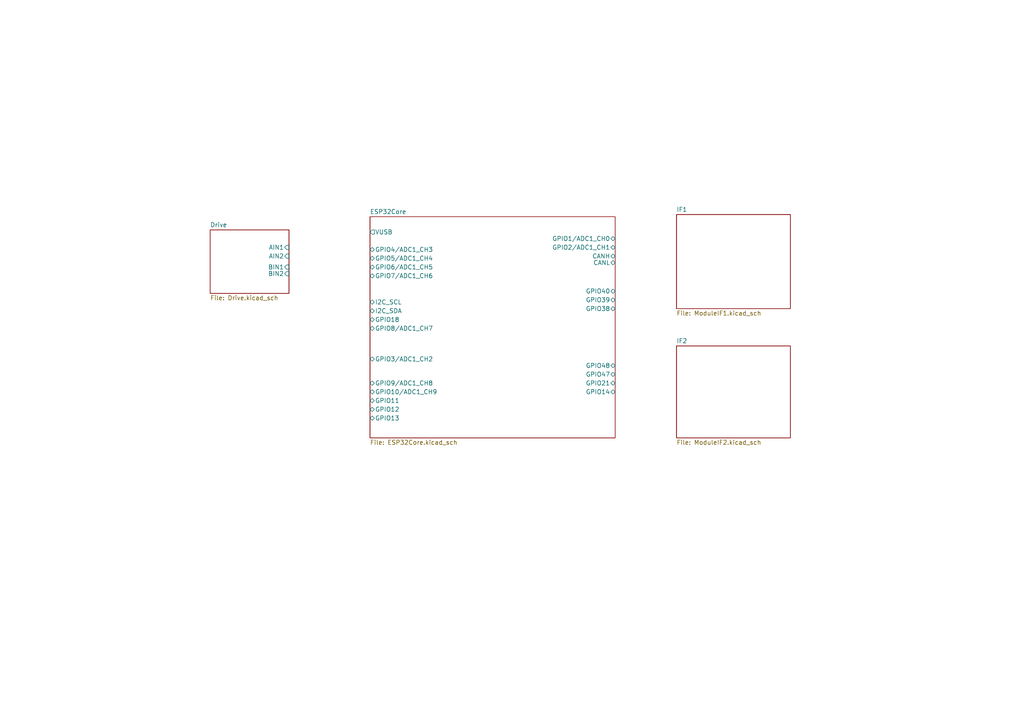
<source format=kicad_sch>
(kicad_sch
	(version 20231120)
	(generator "eeschema")
	(generator_version "8.0")
	(uuid "953562b0-9f42-4c3d-8516-f6de553e7f3f")
	(paper "A4")
	(lib_symbols)
	(sheet
		(at 107.315 62.865)
		(size 71.12 64.135)
		(fields_autoplaced yes)
		(stroke
			(width 0.1524)
			(type solid)
		)
		(fill
			(color 0 0 0 0.0000)
		)
		(uuid "057bbfb9-de34-4909-a3a2-dc67a49af242")
		(property "Sheetname" "ESP32Core"
			(at 107.315 62.1534 0)
			(effects
				(font
					(size 1.27 1.27)
				)
				(justify left bottom)
			)
		)
		(property "Sheetfile" "ESP32Core.kicad_sch"
			(at 107.315 127.5846 0)
			(effects
				(font
					(size 1.27 1.27)
				)
				(justify left top)
			)
		)
		(pin "GPIO3{slash}ADC1_CH2" bidirectional
			(at 107.315 104.14 180)
			(effects
				(font
					(size 1.27 1.27)
				)
				(justify left)
			)
			(uuid "d24a1c2e-1f49-4d18-9428-9431542a7422")
		)
		(pin "GPIO2{slash}ADC1_CH1" bidirectional
			(at 178.435 71.755 0)
			(effects
				(font
					(size 1.27 1.27)
				)
				(justify right)
			)
			(uuid "3cdb20b9-4105-471e-aed2-6efb0291f8e7")
		)
		(pin "GPIO5{slash}ADC1_CH4" bidirectional
			(at 107.315 74.93 180)
			(effects
				(font
					(size 1.27 1.27)
				)
				(justify left)
			)
			(uuid "842cc118-5104-4f32-b4f4-bba2cdbc16bd")
		)
		(pin "GPIO4{slash}ADC1_CH3" bidirectional
			(at 107.315 72.39 180)
			(effects
				(font
					(size 1.27 1.27)
				)
				(justify left)
			)
			(uuid "8daa3624-224f-4350-b3c5-04c7dc0f41f9")
		)
		(pin "GPIO1{slash}ADC1_CH0" bidirectional
			(at 178.435 69.215 0)
			(effects
				(font
					(size 1.27 1.27)
				)
				(justify right)
			)
			(uuid "f0000f9e-8446-4e31-b2c2-7ccc84bdc124")
		)
		(pin "GPIO6{slash}ADC1_CH5" bidirectional
			(at 107.315 77.47 180)
			(effects
				(font
					(size 1.27 1.27)
				)
				(justify left)
			)
			(uuid "3f2d346b-cd2d-45a6-8665-28158eefdb64")
		)
		(pin "GPIO7{slash}ADC1_CH6" bidirectional
			(at 107.315 80.01 180)
			(effects
				(font
					(size 1.27 1.27)
				)
				(justify left)
			)
			(uuid "64a77483-d6ae-4d22-b72b-524a05d02018")
		)
		(pin "VUSB" output
			(at 107.315 67.31 180)
			(effects
				(font
					(size 1.27 1.27)
				)
				(justify left)
			)
			(uuid "8c3744db-61d5-49a2-a7a4-a44bbf83232c")
		)
		(pin "CANL" bidirectional
			(at 178.435 76.2 0)
			(effects
				(font
					(size 1.27 1.27)
				)
				(justify right)
			)
			(uuid "8ad68404-5e3c-4b9f-835e-023188fa24c3")
		)
		(pin "CANH" bidirectional
			(at 178.435 74.295 0)
			(effects
				(font
					(size 1.27 1.27)
				)
				(justify right)
			)
			(uuid "9857035e-2ba6-4a8a-96a1-4d74ef9d2bde")
		)
		(pin "I2C_SCL" bidirectional
			(at 107.315 87.63 180)
			(effects
				(font
					(size 1.27 1.27)
				)
				(justify left)
			)
			(uuid "aa211f77-fb28-48ca-ac23-4ea70385074a")
		)
		(pin "GPIO40" bidirectional
			(at 178.435 84.455 0)
			(effects
				(font
					(size 1.27 1.27)
				)
				(justify right)
			)
			(uuid "856588e3-6bbb-405e-b14a-231f0d0348d6")
		)
		(pin "GPIO39" bidirectional
			(at 178.435 86.995 0)
			(effects
				(font
					(size 1.27 1.27)
				)
				(justify right)
			)
			(uuid "441649c2-802d-4399-b47d-08963c227ed5")
		)
		(pin "GPIO13" bidirectional
			(at 107.315 121.285 180)
			(effects
				(font
					(size 1.27 1.27)
				)
				(justify left)
			)
			(uuid "53110979-55e3-42cc-87d4-0428bf2bee2b")
		)
		(pin "GPIO12" bidirectional
			(at 107.315 118.745 180)
			(effects
				(font
					(size 1.27 1.27)
				)
				(justify left)
			)
			(uuid "536a1ff9-5d5a-486a-ad5b-509b3a9fa280")
		)
		(pin "GPIO8{slash}ADC1_CH7" bidirectional
			(at 107.315 95.25 180)
			(effects
				(font
					(size 1.27 1.27)
				)
				(justify left)
			)
			(uuid "c13dc3d2-f1b6-4b9f-b3c3-1965f8b30c5d")
		)
		(pin "GPIO9{slash}ADC1_CH8" bidirectional
			(at 107.315 111.125 180)
			(effects
				(font
					(size 1.27 1.27)
				)
				(justify left)
			)
			(uuid "21f9943f-9296-4338-a341-bf7e9550c3ea")
		)
		(pin "GPIO10{slash}ADC1_CH9" bidirectional
			(at 107.315 113.665 180)
			(effects
				(font
					(size 1.27 1.27)
				)
				(justify left)
			)
			(uuid "176eb74d-e443-44b9-88b4-98cfd741f1ee")
		)
		(pin "GPIO11" bidirectional
			(at 107.315 116.205 180)
			(effects
				(font
					(size 1.27 1.27)
				)
				(justify left)
			)
			(uuid "e9d9a31f-e049-4d57-b124-259d227590ac")
		)
		(pin "GPIO48" bidirectional
			(at 178.435 106.045 0)
			(effects
				(font
					(size 1.27 1.27)
				)
				(justify right)
			)
			(uuid "57a14525-99b9-4b6d-862c-017fa254a9fd")
		)
		(pin "GPIO47" bidirectional
			(at 178.435 108.585 0)
			(effects
				(font
					(size 1.27 1.27)
				)
				(justify right)
			)
			(uuid "45b5fd26-7cac-41ef-b618-3bfc7dfe71fd")
		)
		(pin "I2C_SDA" bidirectional
			(at 107.315 90.17 180)
			(effects
				(font
					(size 1.27 1.27)
				)
				(justify left)
			)
			(uuid "cc1941e6-34ce-4efc-a15b-214fc500bbcf")
		)
		(pin "GPIO18" bidirectional
			(at 107.315 92.71 180)
			(effects
				(font
					(size 1.27 1.27)
				)
				(justify left)
			)
			(uuid "641fe886-0abf-48d6-808a-a06aeb9aa858")
		)
		(pin "GPIO21" bidirectional
			(at 178.435 111.125 0)
			(effects
				(font
					(size 1.27 1.27)
				)
				(justify right)
			)
			(uuid "7eaaa72b-4c02-4605-9e36-cc056909c409")
		)
		(pin "GPIO14" bidirectional
			(at 178.435 113.665 0)
			(effects
				(font
					(size 1.27 1.27)
				)
				(justify right)
			)
			(uuid "c3d81f21-89cb-4315-b0bc-df6ad53177f1")
		)
		(pin "GPIO38" bidirectional
			(at 178.435 89.535 0)
			(effects
				(font
					(size 1.27 1.27)
				)
				(justify right)
			)
			(uuid "0691d3b4-0d4c-4dc2-a569-fefa60046dfa")
		)
		(instances
			(project "CanSat.Drive"
				(path "/953562b0-9f42-4c3d-8516-f6de553e7f3f"
					(page "2")
				)
			)
		)
	)
	(sheet
		(at 196.215 100.33)
		(size 33.02 26.67)
		(fields_autoplaced yes)
		(stroke
			(width 0.1524)
			(type solid)
		)
		(fill
			(color 0 0 0 0.0000)
		)
		(uuid "63e23890-ca74-40c2-ac0b-528434e4d268")
		(property "Sheetname" "IF2"
			(at 196.215 99.6184 0)
			(effects
				(font
					(size 1.27 1.27)
				)
				(justify left bottom)
			)
		)
		(property "Sheetfile" "ModuleIF2.kicad_sch"
			(at 196.215 127.5846 0)
			(effects
				(font
					(size 1.27 1.27)
				)
				(justify left top)
			)
		)
		(instances
			(project "CanSat.Drive"
				(path "/953562b0-9f42-4c3d-8516-f6de553e7f3f"
					(page "4")
				)
			)
		)
	)
	(sheet
		(at 196.215 62.23)
		(size 33.02 27.305)
		(fields_autoplaced yes)
		(stroke
			(width 0.1524)
			(type solid)
		)
		(fill
			(color 0 0 0 0.0000)
		)
		(uuid "7e3ff05b-2209-4e68-8cf1-b7b284998fcd")
		(property "Sheetname" "IF1"
			(at 196.215 61.5184 0)
			(effects
				(font
					(size 1.27 1.27)
				)
				(justify left bottom)
			)
		)
		(property "Sheetfile" "ModuleIF1.kicad_sch"
			(at 196.215 90.1196 0)
			(effects
				(font
					(size 1.27 1.27)
				)
				(justify left top)
			)
		)
		(instances
			(project "CanSat.Drive"
				(path "/953562b0-9f42-4c3d-8516-f6de553e7f3f"
					(page "3")
				)
			)
		)
	)
	(sheet
		(at 60.96 66.675)
		(size 22.86 18.415)
		(fields_autoplaced yes)
		(stroke
			(width 0.1524)
			(type solid)
		)
		(fill
			(color 0 0 0 0.0000)
		)
		(uuid "948aafc8-5709-498a-90cc-759220073f6d")
		(property "Sheetname" "Drive"
			(at 60.96 65.9634 0)
			(effects
				(font
					(size 1.27 1.27)
				)
				(justify left bottom)
			)
		)
		(property "Sheetfile" "Drive.kicad_sch"
			(at 60.96 85.6746 0)
			(effects
				(font
					(size 1.27 1.27)
				)
				(justify left top)
			)
		)
		(pin "AIN2" input
			(at 83.82 74.295 0)
			(effects
				(font
					(size 1.27 1.27)
				)
				(justify right)
			)
			(uuid "c5aa4479-be9b-4540-8cbb-63141b6e092a")
		)
		(pin "AIN1" input
			(at 83.82 71.755 0)
			(effects
				(font
					(size 1.27 1.27)
				)
				(justify right)
			)
			(uuid "893b1afc-6970-4082-81a1-f927fa41a338")
		)
		(pin "BIN1" input
			(at 83.82 77.47 0)
			(effects
				(font
					(size 1.27 1.27)
				)
				(justify right)
			)
			(uuid "2fe55f22-2c9f-40e3-8562-519af9a0b829")
		)
		(pin "BIN2" input
			(at 83.82 79.375 0)
			(effects
				(font
					(size 1.27 1.27)
				)
				(justify right)
			)
			(uuid "fe94ef4a-22ec-474f-9337-3de0af31d1b5")
		)
		(instances
			(project "CanSat.Drive"
				(path "/953562b0-9f42-4c3d-8516-f6de553e7f3f"
					(page "5")
				)
			)
		)
	)
	(sheet_instances
		(path "/"
			(page "1")
		)
	)
)

</source>
